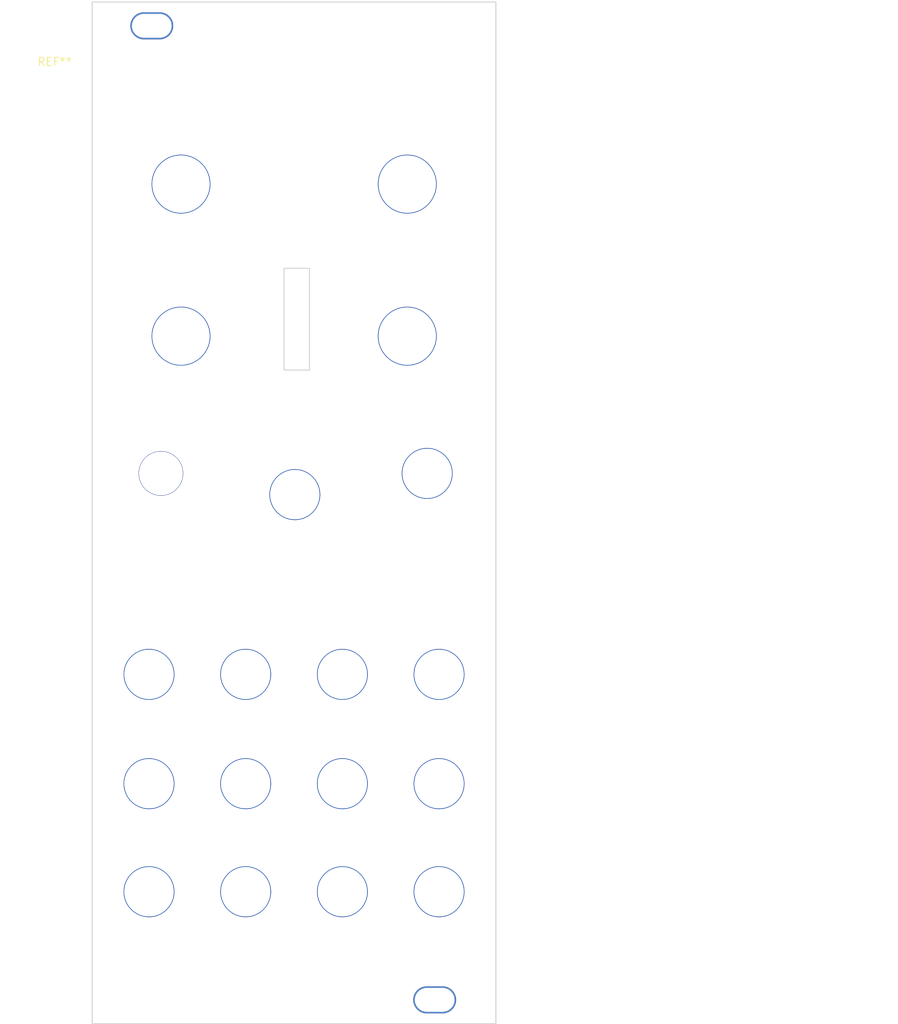
<source format=kicad_pcb>
(kicad_pcb (version 20220131) (generator pcbnew)
  (layers (0 "F.Cu" signal) (31 "B.Cu" signal) (34 "B.Paste" user) (35 "F.Paste" user) (36 "B.SilkS" user "B.Silkscreen") (37 "F.SilkS" user "F.Silkscreen") (38 "B.Mask" user) (39 "F.Mask" user) (44 "Edge.Cuts" user))
  (net 0 "")
  (footprint "dspcoffee:daisypatch rev2" (layer "F.Cu") (at 26.545 27.095)
    (fp_text reference "REF**" (at -4.729 7.525108 unlocked) (layer "F.SilkS"))
    (fp_text value "daisypatch rev2")
    (fp_rect (start 0 0) (end 50.8 128.5) (stroke (width 0.12)) (fill none) (layer "Edge.Cuts"))
    (fp_rect (start 24.14 33.493) (end 27.348 46.295) (stroke (width 0.12)) (fill none) (layer "Edge.Cuts"))
    (pad "" np_thru_hole circle (at 7.149999 84.561952) (size 6.4 6.4) (drill 6.2) (layers F&B.Cu *.Mask))
    (pad "" np_thru_hole circle (at 7.149999 98.311904) (size 6.4 6.4) (drill 6.2) (layers F&B.Cu *.Mask))
    (pad "" np_thru_hole circle (at 7.149999 111.900001) (size 6.4 6.4) (drill 6.2) (layers F&B.Cu *.Mask))
    (pad "" np_thru_hole oval (at 7.5 3) (size 5.4 3.4) (drill oval 5 3) (layers F&B.Cu *.Mask))
    (pad "" np_thru_hole circle (at 8.649995 59.288225) (size 5.6 5.6) (drill 5.5) (layers F&B.Cu *.Mask))
    (pad "" np_thru_hole circle (at 11.1755 22.904289) (size 7.4 7.4) (drill 7.2) (layers F&B.Cu *.Mask))
    (pad "" np_thru_hole circle (at 11.1755 42.027311) (size 7.4 7.4) (drill 7.2) (layers F&B.Cu *.Mask))
    (pad "" np_thru_hole circle (at 19.316694 84.561903) (size 6.4 6.4) (drill 6.2) (layers F&B.Cu *.Mask))
    (pad "" np_thru_hole circle (at 19.316694 98.311904) (size 6.4 6.4) (drill 6.2) (layers F&B.Cu *.Mask))
    (pad "" np_thru_hole circle (at 19.316694 111.900001) (size 6.4 6.4) (drill 6.2) (layers F&B.Cu *.Mask))
    (pad "" np_thru_hole circle (at 25.399999 19.252005) (size 3.2 3.2) (drill 3.2) (layers F&B.Cu *.Mask))
    (pad "" np_thru_hole circle (at 25.502894 61.956597) (size 6.4 6.4) (drill 6.2) (layers F&B.Cu *.Mask))
    (pad "" np_thru_hole circle (at 31.483297 84.561903) (size 6.4 6.4) (drill 6.2) (layers F&B.Cu *.Mask))
    (pad "" np_thru_hole circle (at 31.483297 98.311904) (size 6.4 6.4) (drill 6.2) (layers F&B.Cu *.Mask))
    (pad "" np_thru_hole circle (at 31.483297 111.900001) (size 6.4 6.4) (drill 6.2) (layers F&B.Cu *.Mask))
    (pad "" np_thru_hole circle (at 39.649996 22.904289) (size 7.4 7.4) (drill 7.2) (layers F&B.Cu *.Mask))
    (pad "" np_thru_hole circle (at 39.649996 42.027311) (size 7.4 7.4) (drill 7.2) (layers F&B.Cu *.Mask))
    (pad "" np_thru_hole circle (at 42.155087 59.288206) (size 6.4 6.4) (drill 6.2) (layers F&B.Cu *.Mask))
    (pad "" np_thru_hole oval (at 43.1 125.5) (size 5.4 3.4) (drill oval 5 3) (layers F&B.Cu *.Mask))
    (pad "" np_thru_hole circle (at 43.65 84.561903) (size 6.4 6.4) (drill 6.2) (layers F&B.Cu *.Mask))
    (pad "" np_thru_hole circle (at 43.65 98.311904) (size 6.4 6.4) (drill 6.2) (layers F&B.Cu *.Mask))
    (pad "" np_thru_hole circle (at 43.65 111.900001) (size 6.4 6.4) (drill 6.2) (layers F&B.Cu *.Mask))
  )
)
</source>
